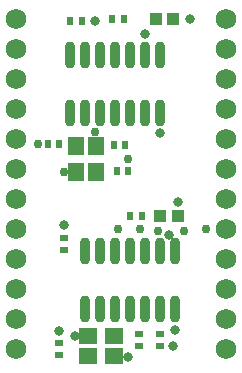
<source format=gts>
G04*
G04 #@! TF.GenerationSoftware,Altium Limited,Altium Designer,22.9.1 (49)*
G04*
G04 Layer_Color=8388736*
%FSLAX44Y44*%
%MOMM*%
G71*
G04*
G04 #@! TF.SameCoordinates,E5F82799-094A-4641-A06E-9C292172CD6F*
G04*
G04*
G04 #@! TF.FilePolarity,Negative*
G04*
G01*
G75*
%ADD16R,0.7000X0.6000*%
%ADD17R,0.6000X0.7000*%
G04:AMPARAMS|DCode=22|XSize=2.1732mm|YSize=0.8032mm|CornerRadius=0.2516mm|HoleSize=0mm|Usage=FLASHONLY|Rotation=90.000|XOffset=0mm|YOffset=0mm|HoleType=Round|Shape=RoundedRectangle|*
%AMROUNDEDRECTD22*
21,1,2.1732,0.3000,0,0,90.0*
21,1,1.6700,0.8032,0,0,90.0*
1,1,0.5032,0.1500,0.8350*
1,1,0.5032,0.1500,-0.8350*
1,1,0.5032,-0.1500,-0.8350*
1,1,0.5032,-0.1500,0.8350*
%
%ADD22ROUNDEDRECTD22*%
%ADD23R,1.4031X1.6030*%
%ADD24R,1.0032X1.0032*%
%ADD25R,1.6030X1.4031*%
%ADD26C,1.7272*%
%ADD27C,0.8382*%
%ADD28C,0.7620*%
D16*
X57150Y111680D02*
D03*
Y101680D02*
D03*
X138430Y20320D02*
D03*
Y30320D02*
D03*
X120650Y20480D02*
D03*
Y30480D02*
D03*
X53340Y12780D02*
D03*
Y22780D02*
D03*
D17*
X72310Y295910D02*
D03*
X62310D02*
D03*
X113110Y130810D02*
D03*
X123110D02*
D03*
X111680Y168910D02*
D03*
X101680D02*
D03*
X43260Y191770D02*
D03*
X53260D02*
D03*
X97790Y297180D02*
D03*
X107790D02*
D03*
X109220Y190500D02*
D03*
X99220D02*
D03*
D22*
X74930Y51450D02*
D03*
X87630D02*
D03*
X100330D02*
D03*
X113030D02*
D03*
X125730D02*
D03*
X138430D02*
D03*
X151130D02*
D03*
Y100950D02*
D03*
X138430D02*
D03*
X125730D02*
D03*
X113030D02*
D03*
X100330D02*
D03*
X87630D02*
D03*
X74930D02*
D03*
X62230Y217820D02*
D03*
X74930D02*
D03*
X87630D02*
D03*
X100330D02*
D03*
X113030D02*
D03*
X125730D02*
D03*
X138430D02*
D03*
Y267320D02*
D03*
X125730D02*
D03*
X113030D02*
D03*
X100330D02*
D03*
X87630D02*
D03*
X74930D02*
D03*
X62230D02*
D03*
D23*
X84201Y168068D02*
D03*
Y190069D02*
D03*
X67201Y168069D02*
D03*
Y190069D02*
D03*
D24*
X149740Y297180D02*
D03*
X134740D02*
D03*
X138430Y130810D02*
D03*
X153430D02*
D03*
D25*
X77470Y12210D02*
D03*
X99470D02*
D03*
X77470Y29210D02*
D03*
X99472D02*
D03*
D26*
X16510Y271780D02*
D03*
Y297180D02*
D03*
X194310Y271780D02*
D03*
Y297180D02*
D03*
Y246380D02*
D03*
Y220980D02*
D03*
Y195580D02*
D03*
Y170180D02*
D03*
Y144780D02*
D03*
Y119380D02*
D03*
Y93980D02*
D03*
Y68580D02*
D03*
Y43180D02*
D03*
Y17780D02*
D03*
X16510Y246380D02*
D03*
Y220980D02*
D03*
Y195580D02*
D03*
Y170180D02*
D03*
Y144780D02*
D03*
Y119380D02*
D03*
Y93980D02*
D03*
Y68580D02*
D03*
Y43180D02*
D03*
Y17780D02*
D03*
D27*
X146366Y114570D02*
D03*
X153670Y142240D02*
D03*
X57150Y123190D02*
D03*
X149860Y20320D02*
D03*
X111760Y11430D02*
D03*
X125730Y284480D02*
D03*
X83820Y295910D02*
D03*
X66421Y29210D02*
D03*
X53340Y33020D02*
D03*
X151130Y34290D02*
D03*
X138430Y200660D02*
D03*
X163830Y297180D02*
D03*
D28*
X137160Y118110D02*
D03*
X158750D02*
D03*
X177800Y119380D02*
D03*
X102870D02*
D03*
X121846Y119454D02*
D03*
X83820Y201930D02*
D03*
X57579Y168069D02*
D03*
X111680Y178990D02*
D03*
X35560Y191770D02*
D03*
M02*

</source>
